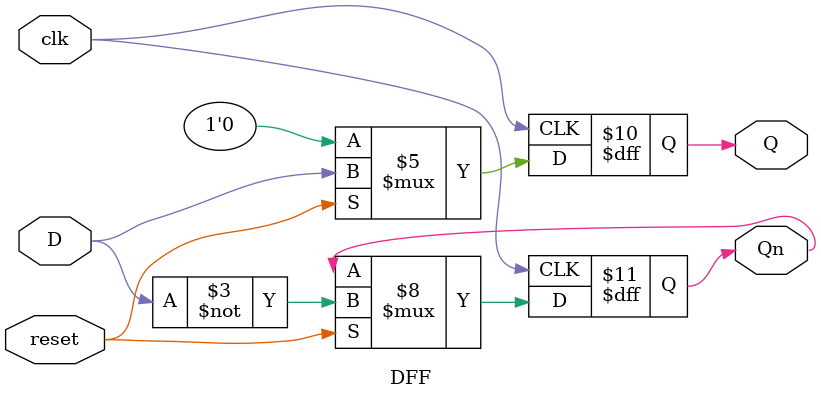
<source format=v>
`timescale 1ns / 1ps


module DFF(
    input D,
    input clk,
    input reset,
    output reg Q,
    output reg Qn
    );
 
always @(posedge clk) begin
    if(~reset) 
        Q<=0;
   
    else begin
        Q<=D;
        Qn<=~D;
        end
 end
 
endmodule

</source>
